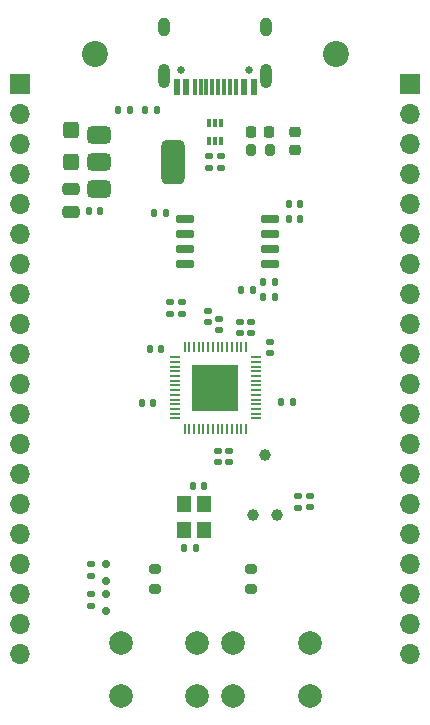
<source format=gbr>
%TF.GenerationSoftware,KiCad,Pcbnew,8.0.4*%
%TF.CreationDate,2024-11-26T16:04:15+06:30*%
%TF.ProjectId,RP2040_DevBoard,52503230-3430-45f4-9465-76426f617264,1.0*%
%TF.SameCoordinates,PX791ddc0PY791ddc0*%
%TF.FileFunction,Soldermask,Top*%
%TF.FilePolarity,Negative*%
%FSLAX46Y46*%
G04 Gerber Fmt 4.6, Leading zero omitted, Abs format (unit mm)*
G04 Created by KiCad (PCBNEW 8.0.4) date 2024-11-26 16:04:15*
%MOMM*%
%LPD*%
G01*
G04 APERTURE LIST*
G04 Aperture macros list*
%AMRoundRect*
0 Rectangle with rounded corners*
0 $1 Rounding radius*
0 $2 $3 $4 $5 $6 $7 $8 $9 X,Y pos of 4 corners*
0 Add a 4 corners polygon primitive as box body*
4,1,4,$2,$3,$4,$5,$6,$7,$8,$9,$2,$3,0*
0 Add four circle primitives for the rounded corners*
1,1,$1+$1,$2,$3*
1,1,$1+$1,$4,$5*
1,1,$1+$1,$6,$7*
1,1,$1+$1,$8,$9*
0 Add four rect primitives between the rounded corners*
20,1,$1+$1,$2,$3,$4,$5,0*
20,1,$1+$1,$4,$5,$6,$7,0*
20,1,$1+$1,$6,$7,$8,$9,0*
20,1,$1+$1,$8,$9,$2,$3,0*%
G04 Aperture macros list end*
%ADD10C,2.200000*%
%ADD11RoundRect,0.140000X-0.140000X-0.170000X0.140000X-0.170000X0.140000X0.170000X-0.140000X0.170000X0*%
%ADD12R,1.700000X1.700000*%
%ADD13O,1.700000X1.700000*%
%ADD14RoundRect,0.135000X0.135000X0.185000X-0.135000X0.185000X-0.135000X-0.185000X0.135000X-0.185000X0*%
%ADD15RoundRect,0.225000X-0.225000X-0.250000X0.225000X-0.250000X0.225000X0.250000X-0.225000X0.250000X0*%
%ADD16RoundRect,0.140000X-0.170000X0.140000X-0.170000X-0.140000X0.170000X-0.140000X0.170000X0.140000X0*%
%ADD17C,2.000000*%
%ADD18RoundRect,0.135000X0.185000X-0.135000X0.185000X0.135000X-0.185000X0.135000X-0.185000X-0.135000X0*%
%ADD19RoundRect,0.135000X-0.185000X0.135000X-0.185000X-0.135000X0.185000X-0.135000X0.185000X0.135000X0*%
%ADD20RoundRect,0.200000X-0.275000X0.200000X-0.275000X-0.200000X0.275000X-0.200000X0.275000X0.200000X0*%
%ADD21RoundRect,0.150000X0.200000X-0.150000X0.200000X0.150000X-0.200000X0.150000X-0.200000X-0.150000X0*%
%ADD22R,1.200000X1.400000*%
%ADD23RoundRect,0.140000X0.140000X0.170000X-0.140000X0.170000X-0.140000X-0.170000X0.140000X-0.170000X0*%
%ADD24RoundRect,0.200000X-0.200000X-0.275000X0.200000X-0.275000X0.200000X0.275000X-0.200000X0.275000X0*%
%ADD25RoundRect,0.150000X-0.650000X-0.150000X0.650000X-0.150000X0.650000X0.150000X-0.650000X0.150000X0*%
%ADD26RoundRect,0.218750X-0.256250X0.218750X-0.256250X-0.218750X0.256250X-0.218750X0.256250X0.218750X0*%
%ADD27RoundRect,0.250000X-0.475000X0.250000X-0.475000X-0.250000X0.475000X-0.250000X0.475000X0.250000X0*%
%ADD28RoundRect,0.135000X-0.135000X-0.185000X0.135000X-0.185000X0.135000X0.185000X-0.135000X0.185000X0*%
%ADD29C,0.650000*%
%ADD30R,0.600000X1.450000*%
%ADD31R,0.300000X1.450000*%
%ADD32O,1.000000X2.100000*%
%ADD33O,1.000000X1.600000*%
%ADD34RoundRect,0.140000X0.170000X-0.140000X0.170000X0.140000X-0.170000X0.140000X-0.170000X-0.140000X0*%
%ADD35RoundRect,0.375000X-0.625000X-0.375000X0.625000X-0.375000X0.625000X0.375000X-0.625000X0.375000X0*%
%ADD36RoundRect,0.500000X-0.500000X-1.400000X0.500000X-1.400000X0.500000X1.400000X-0.500000X1.400000X0*%
%ADD37RoundRect,0.250000X0.425000X-0.450000X0.425000X0.450000X-0.425000X0.450000X-0.425000X-0.450000X0*%
%ADD38RoundRect,0.085000X-0.085000X0.265000X-0.085000X-0.265000X0.085000X-0.265000X0.085000X0.265000X0*%
%ADD39RoundRect,0.050000X-0.350000X-0.050000X0.350000X-0.050000X0.350000X0.050000X-0.350000X0.050000X0*%
%ADD40RoundRect,0.050000X-0.050000X-0.350000X0.050000X-0.350000X0.050000X0.350000X-0.050000X0.350000X0*%
%ADD41R,4.000000X4.000000*%
%ADD42C,0.990600*%
G04 APERTURE END LIST*
D10*
%TO.C,H2*%
X7620000Y55880000D03*
%TD*%
%TO.C,H1*%
X28000000Y55880000D03*
%TD*%
D11*
%TO.C,C13*%
X11585000Y26365200D03*
X12545000Y26365200D03*
%TD*%
D12*
%TO.C,J4*%
X34290000Y53340000D03*
D13*
X34290000Y50800000D03*
X34290000Y48260000D03*
X34290000Y45720000D03*
X34290000Y43180000D03*
X34290000Y40640000D03*
X34290000Y38100000D03*
X34290000Y35560000D03*
X34290000Y33020000D03*
X34290000Y30480000D03*
X34290000Y27940000D03*
X34290000Y25400000D03*
X34290000Y22860000D03*
X34290000Y20320000D03*
X34290000Y17780000D03*
X34290000Y15240000D03*
X34290000Y12700000D03*
X34290000Y10160000D03*
X34290000Y7620000D03*
X34290000Y5080000D03*
%TD*%
D14*
%TO.C,R9*%
X10543000Y51181000D03*
X9523000Y51181000D03*
%TD*%
D15*
%TO.C,C14*%
X20815000Y49276000D03*
X22365000Y49276000D03*
%TD*%
D16*
%TO.C,C1*%
X25808400Y18491200D03*
X25808400Y17531200D03*
%TD*%
D17*
%TO.C,SW2*%
X25805200Y1560000D03*
X19305200Y1560000D03*
X25805200Y6060000D03*
X19305200Y6060000D03*
%TD*%
D14*
%TO.C,R8*%
X20957000Y35941000D03*
X19937000Y35941000D03*
%TD*%
D18*
%TO.C,R11*%
X7239000Y9142000D03*
X7239000Y10162000D03*
%TD*%
D19*
%TO.C,R5*%
X13970000Y34927000D03*
X13970000Y33907000D03*
%TD*%
D18*
%TO.C,R1*%
X24790400Y17471200D03*
X24790400Y18491200D03*
%TD*%
D20*
%TO.C,R12*%
X12700000Y12255000D03*
X12700000Y10605000D03*
%TD*%
D21*
%TO.C,D2*%
X8509000Y12702000D03*
X8509000Y11302000D03*
%TD*%
D19*
%TO.C,R2*%
X17272000Y47246000D03*
X17272000Y46226000D03*
%TD*%
D22*
%TO.C,Y1*%
X16852000Y15613200D03*
X16852000Y17813200D03*
X15152000Y17813200D03*
X15152000Y15613200D03*
%TD*%
D19*
%TO.C,R6*%
X14986000Y34927000D03*
X14986000Y33907000D03*
%TD*%
D23*
%TO.C,C2*%
X16852000Y19337200D03*
X15892000Y19337200D03*
%TD*%
D12*
%TO.C,J3*%
X1270000Y53340000D03*
D13*
X1270000Y50800000D03*
X1270000Y48260000D03*
X1270000Y45720000D03*
X1270000Y43180000D03*
X1270000Y40640000D03*
X1270000Y38100000D03*
X1270000Y35560000D03*
X1270000Y33020000D03*
X1270000Y30480000D03*
X1270000Y27940000D03*
X1270000Y25400000D03*
X1270000Y22860000D03*
X1270000Y20320000D03*
X1270000Y17780000D03*
X1270000Y15240000D03*
X1270000Y12700000D03*
X1270000Y10160000D03*
X1270000Y7620000D03*
X1270000Y5080000D03*
%TD*%
D14*
%TO.C,R4*%
X22862000Y36576000D03*
X21842000Y36576000D03*
%TD*%
D23*
%TO.C,C11*%
X24330600Y26416000D03*
X23370600Y26416000D03*
%TD*%
D20*
%TO.C,R13*%
X20828000Y12255000D03*
X20828000Y10605000D03*
%TD*%
D23*
%TO.C,C19*%
X24991000Y41910000D03*
X24031000Y41910000D03*
%TD*%
D24*
%TO.C,R16*%
X20765000Y47752000D03*
X22415000Y47752000D03*
%TD*%
D25*
%TO.C,U4*%
X15196000Y41910000D03*
X15196000Y40640000D03*
X15196000Y39370000D03*
X15196000Y38100000D03*
X22396000Y38100000D03*
X22396000Y39370000D03*
X22396000Y40640000D03*
X22396000Y41910000D03*
%TD*%
D17*
%TO.C,SW1*%
X16254800Y1545200D03*
X9754800Y1545200D03*
X16254800Y6045200D03*
X9754800Y6045200D03*
%TD*%
D26*
%TO.C,D3*%
X24511000Y49301500D03*
X24511000Y47726500D03*
%TD*%
D27*
%TO.C,C16*%
X5588000Y44436000D03*
X5588000Y42536000D03*
%TD*%
D16*
%TO.C,C8*%
X20830000Y33246000D03*
X20830000Y32286000D03*
%TD*%
D19*
%TO.C,R3*%
X18288000Y47246000D03*
X18288000Y46226000D03*
%TD*%
D16*
%TO.C,C5*%
X19830000Y33246000D03*
X19830000Y32286000D03*
%TD*%
%TO.C,C7*%
X18135600Y33500000D03*
X18135600Y32540000D03*
%TD*%
D28*
%TO.C,R15*%
X12571000Y42418000D03*
X13591000Y42418000D03*
%TD*%
D29*
%TO.C,J1*%
X20670000Y54550000D03*
X14890000Y54550000D03*
D30*
X21030000Y53105000D03*
X20230000Y53105000D03*
D31*
X19030000Y53105000D03*
X18030000Y53105000D03*
X17530000Y53105000D03*
X16530000Y53105000D03*
D30*
X15330000Y53105000D03*
X14530000Y53105000D03*
X14530000Y53105000D03*
X15330000Y53105000D03*
D31*
X16030000Y53105000D03*
X17030000Y53105000D03*
X18530000Y53105000D03*
X19530000Y53105000D03*
D30*
X20230000Y53105000D03*
X21030000Y53105000D03*
D32*
X22100000Y54020000D03*
D33*
X22100000Y58200000D03*
D32*
X13460000Y54020000D03*
D33*
X13460000Y58200000D03*
%TD*%
D11*
%TO.C,C12*%
X12220000Y30937200D03*
X13180000Y30937200D03*
%TD*%
D34*
%TO.C,C4*%
X18948400Y21313200D03*
X18948400Y22273200D03*
%TD*%
D18*
%TO.C,R14*%
X7239000Y11682000D03*
X7239000Y12702000D03*
%TD*%
D14*
%TO.C,R10*%
X12829000Y51181000D03*
X11809000Y51181000D03*
%TD*%
D21*
%TO.C,D1*%
X8509000Y10162000D03*
X8509000Y8762000D03*
%TD*%
D35*
%TO.C,U3*%
X7899000Y49036000D03*
X7899000Y46736000D03*
D36*
X14199000Y46736000D03*
D35*
X7899000Y44436000D03*
%TD*%
D16*
%TO.C,C6*%
X17145000Y34135000D03*
X17145000Y33175000D03*
%TD*%
D37*
%TO.C,C17*%
X5537200Y46736000D03*
X5537200Y49436000D03*
%TD*%
D34*
%TO.C,C9*%
X17983200Y21313200D03*
X17983200Y22273200D03*
%TD*%
D11*
%TO.C,C3*%
X15152800Y14104800D03*
X16112800Y14104800D03*
%TD*%
D38*
%TO.C,U2*%
X18280000Y50026000D03*
X17780000Y50026000D03*
X17280000Y50026000D03*
X17280000Y48526000D03*
X17780000Y48526000D03*
X18280000Y48526000D03*
%TD*%
D16*
%TO.C,C10*%
X22402800Y31518800D03*
X22402800Y30558800D03*
%TD*%
D39*
%TO.C,U1*%
X14330000Y30235200D03*
X14330000Y29835200D03*
X14330000Y29435200D03*
X14330000Y29035200D03*
X14330000Y28635200D03*
X14330000Y28235200D03*
X14330000Y27835200D03*
X14330000Y27435200D03*
X14330000Y27035200D03*
X14330000Y26635200D03*
X14330000Y26235200D03*
X14330000Y25835200D03*
X14330000Y25435200D03*
X14330000Y25035200D03*
D40*
X15180000Y24185200D03*
X15580000Y24185200D03*
X15980000Y24185200D03*
X16380000Y24185200D03*
X16780000Y24185200D03*
X17180000Y24185200D03*
X17580000Y24185200D03*
X17980000Y24185200D03*
X18380000Y24185200D03*
X18780000Y24185200D03*
X19180000Y24185200D03*
X19580000Y24185200D03*
X19980000Y24185200D03*
X20380000Y24185200D03*
D39*
X21230000Y25035200D03*
X21230000Y25435200D03*
X21230000Y25835200D03*
X21230000Y26235200D03*
X21230000Y26635200D03*
X21230000Y27035200D03*
X21230000Y27435200D03*
X21230000Y27835200D03*
X21230000Y28235200D03*
X21230000Y28635200D03*
X21230000Y29035200D03*
X21230000Y29435200D03*
X21230000Y29835200D03*
X21230000Y30235200D03*
D40*
X20380000Y31085200D03*
X19980000Y31085200D03*
X19580000Y31085200D03*
X19180000Y31085200D03*
X18780000Y31085200D03*
X18380000Y31085200D03*
X17980000Y31085200D03*
X17580000Y31085200D03*
X17180000Y31085200D03*
X16780000Y31085200D03*
X16380000Y31085200D03*
X15980000Y31085200D03*
X15580000Y31085200D03*
X15180000Y31085200D03*
D41*
X17780000Y27635200D03*
%TD*%
D14*
%TO.C,R7*%
X22862000Y35306000D03*
X21842000Y35306000D03*
%TD*%
D11*
%TO.C,C18*%
X24031000Y43180000D03*
X24991000Y43180000D03*
%TD*%
D23*
%TO.C,C15*%
X8049200Y42595800D03*
X7089200Y42595800D03*
%TD*%
D42*
%TO.C,J2*%
X21971000Y21920200D03*
X22987000Y16840200D03*
X20955000Y16840200D03*
%TD*%
M02*

</source>
